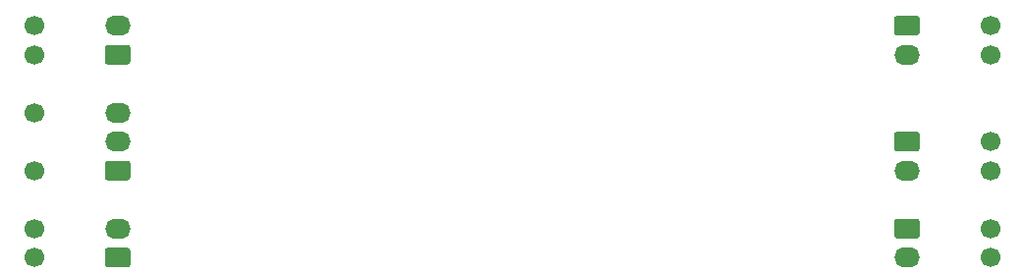
<source format=gbs>
G04 #@! TF.GenerationSoftware,KiCad,Pcbnew,(5.1.10)-1*
G04 #@! TF.CreationDate,2021-10-18T13:49:48+01:00*
G04 #@! TF.ProjectId,Battery,42617474-6572-4792-9e6b-696361645f70,1*
G04 #@! TF.SameCoordinates,Original*
G04 #@! TF.FileFunction,Soldermask,Bot*
G04 #@! TF.FilePolarity,Negative*
%FSLAX46Y46*%
G04 Gerber Fmt 4.6, Leading zero omitted, Abs format (unit mm)*
G04 Created by KiCad (PCBNEW (5.1.10)-1) date 2021-10-18 13:49:48*
%MOMM*%
%LPD*%
G01*
G04 APERTURE LIST*
%ADD10O,2.200000X1.700000*%
%ADD11C,1.700000*%
G04 APERTURE END LIST*
G36*
G01*
X117100000Y-118400000D02*
X117100000Y-119600000D01*
G75*
G02*
X116850000Y-119850000I-250000J0D01*
G01*
X115150000Y-119850000D01*
G75*
G02*
X114900000Y-119600000I0J250000D01*
G01*
X114900000Y-118400000D01*
G75*
G02*
X115150000Y-118150000I250000J0D01*
G01*
X116850000Y-118150000D01*
G75*
G02*
X117100000Y-118400000I0J-250000D01*
G01*
G37*
D10*
X116000000Y-116500000D03*
D11*
X108820000Y-119000000D03*
X108820000Y-116500000D03*
X191180000Y-111500000D03*
X191180000Y-109000000D03*
D10*
X184000000Y-111500000D03*
G36*
G01*
X182900000Y-109600000D02*
X182900000Y-108400000D01*
G75*
G02*
X183150000Y-108150000I250000J0D01*
G01*
X184850000Y-108150000D01*
G75*
G02*
X185100000Y-108400000I0J-250000D01*
G01*
X185100000Y-109600000D01*
G75*
G02*
X184850000Y-109850000I-250000J0D01*
G01*
X183150000Y-109850000D01*
G75*
G02*
X182900000Y-109600000I0J250000D01*
G01*
G37*
D11*
X191180000Y-119000000D03*
X191180000Y-116500000D03*
D10*
X184000000Y-119000000D03*
G36*
G01*
X182900000Y-117100000D02*
X182900000Y-115900000D01*
G75*
G02*
X183150000Y-115650000I250000J0D01*
G01*
X184850000Y-115650000D01*
G75*
G02*
X185100000Y-115900000I0J-250000D01*
G01*
X185100000Y-117100000D01*
G75*
G02*
X184850000Y-117350000I-250000J0D01*
G01*
X183150000Y-117350000D01*
G75*
G02*
X182900000Y-117100000I0J250000D01*
G01*
G37*
G36*
G01*
X117100000Y-100900000D02*
X117100000Y-102100000D01*
G75*
G02*
X116850000Y-102350000I-250000J0D01*
G01*
X115150000Y-102350000D01*
G75*
G02*
X114900000Y-102100000I0J250000D01*
G01*
X114900000Y-100900000D01*
G75*
G02*
X115150000Y-100650000I250000J0D01*
G01*
X116850000Y-100650000D01*
G75*
G02*
X117100000Y-100900000I0J-250000D01*
G01*
G37*
X116000000Y-99000000D03*
D11*
X108820000Y-101500000D03*
X108820000Y-99000000D03*
X191180000Y-101500000D03*
X191180000Y-99000000D03*
D10*
X184000000Y-101500000D03*
G36*
G01*
X182900000Y-99600000D02*
X182900000Y-98400000D01*
G75*
G02*
X183150000Y-98150000I250000J0D01*
G01*
X184850000Y-98150000D01*
G75*
G02*
X185100000Y-98400000I0J-250000D01*
G01*
X185100000Y-99600000D01*
G75*
G02*
X184850000Y-99850000I-250000J0D01*
G01*
X183150000Y-99850000D01*
G75*
G02*
X182900000Y-99600000I0J250000D01*
G01*
G37*
G36*
G01*
X117100000Y-110900000D02*
X117100000Y-112100000D01*
G75*
G02*
X116850000Y-112350000I-250000J0D01*
G01*
X115150000Y-112350000D01*
G75*
G02*
X114900000Y-112100000I0J250000D01*
G01*
X114900000Y-110900000D01*
G75*
G02*
X115150000Y-110650000I250000J0D01*
G01*
X116850000Y-110650000D01*
G75*
G02*
X117100000Y-110900000I0J-250000D01*
G01*
G37*
X116000000Y-109000000D03*
X116000000Y-106500000D03*
D11*
X108820000Y-111500000D03*
X108820000Y-106500000D03*
M02*

</source>
